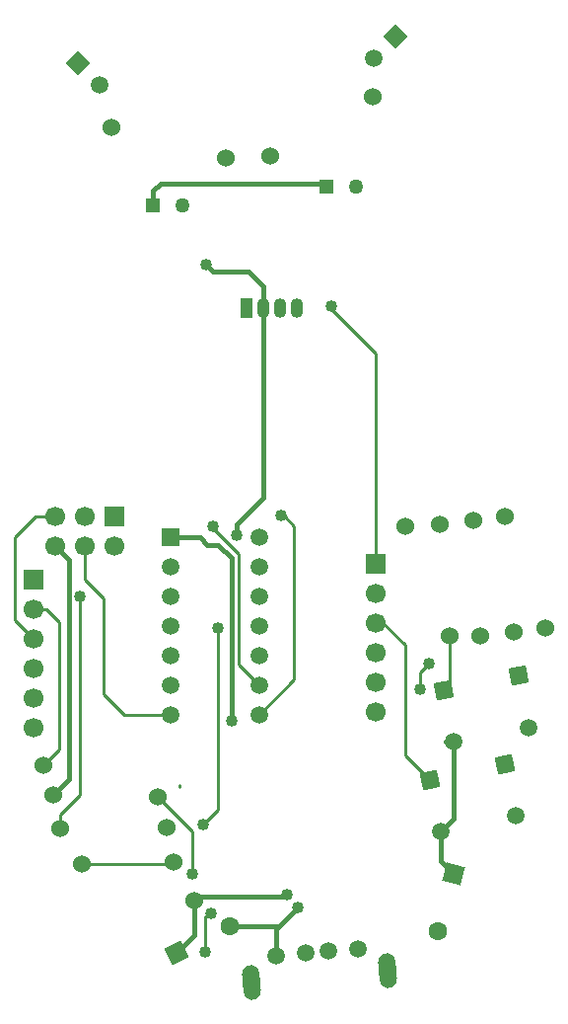
<source format=gbr>
G04 DipTrace 3.3.1.2*
G04 Top.gbr*
%MOIN*%
G04 #@! TF.FileFunction,Copper,L1,Top*
G04 #@! TF.Part,Single*
%AMOUTLINE0*
4,1,4,
0.038575,0.022271,
0.022271,-0.038575,
-0.038575,-0.022271,
-0.022271,0.038575,
0.038575,0.022271,
0*%
%AMOUTLINE3*
4,1,4,
-0.042341,0.013828,
0.013828,0.042341,
0.042341,-0.013828,
-0.013828,-0.042341,
-0.042341,0.013828,
0*%
%AMOUTLINE6*
4,1,4,
0.0,-0.041758,
-0.041758,0.0,
0.0,0.041758,
0.041758,0.0,
0.0,-0.041758,
0*%
%AMOUTLINE9*
4,1,4,
-0.041758,0.0,
0.0,0.041758,
0.041758,0.0,
0.0,-0.041758,
-0.041758,0.0,
0*%
%AMOUTLINE12*
4,1,4,
-0.023433,-0.034564,
-0.034564,0.023433,
0.023433,0.034564,
0.034564,-0.023433,
-0.023433,-0.034564,
0*%
%AMOUTLINE15*
4,1,4,
-0.022754,-0.035014,
-0.035014,0.022754,
0.022754,0.035014,
0.035014,-0.022754,
-0.022754,-0.035014,
0*%
%AMOUTLINE18*
4,1,16,
-0.026998,-0.031857,
-0.023029,-0.044385,
-0.014018,-0.05395,
-0.00175,-0.058658,
0.011347,-0.057576,
0.022677,-0.05092,
0.029997,-0.040006,
0.031857,-0.026998,
0.026998,0.031857,
0.023029,0.044385,
0.014018,0.05395,
0.00175,0.058658,
-0.011347,0.057576,
-0.022677,0.05092,
-0.029997,0.040006,
-0.031857,0.026998,
-0.026998,-0.031857,
0*%
G04 #@! TA.AperFunction,Conductor*
%ADD13C,0.01*%
%ADD14C,0.015*%
G04 #@! TA.AperFunction,ComponentPad*
%ADD18C,0.062992*%
%ADD19C,0.05*%
%ADD20R,0.05X0.05*%
%ADD21O,0.041339X0.066929*%
%ADD22R,0.041339X0.066929*%
%ADD23C,0.059055*%
%ADD24R,0.066929X0.066929*%
%ADD25C,0.066929*%
%ADD26C,0.06*%
%ADD27C,0.06*%
%ADD29C,0.059055*%
%ADD30R,0.059055X0.059055*%
G04 #@! TA.AperFunction,ViaPad*
%ADD34C,0.04*%
G04 #@! TA.AperFunction,ComponentPad*
%ADD84OUTLINE0*%
%ADD87OUTLINE3*%
%ADD90OUTLINE6*%
%ADD93OUTLINE9*%
%ADD96OUTLINE12*%
%ADD99OUTLINE15*%
%ADD102OUTLINE18*%
%FSLAX26Y26*%
G04*
G70*
G90*
G75*
G01*
G04 Top*
%LPD*%
X1544545Y2797697D2*
D13*
Y2785199D1*
X1694146Y2635598D1*
Y1928154D1*
X1959895Y1326318D2*
D14*
X1933216Y1326330D1*
X1916694Y1021944D2*
Y921938D1*
X1958329Y880303D1*
X1959895Y1326318D2*
Y1065145D1*
X1916694Y1021944D1*
X1933216Y1038465D2*
X1916694Y1021944D1*
X1000852Y2016529D2*
X1100842D1*
X1125839Y1991532D1*
X1163335D1*
X1207081Y1947787D1*
Y1397844D1*
X1314473Y2791284D2*
Y2862249D1*
X1264536Y2912186D1*
X1145798D1*
X1120801Y2937183D1*
X1082093Y791658D2*
Y673238D1*
X1022493Y613638D1*
X1314473Y2791284D2*
Y2148919D1*
X1225829Y2060275D1*
Y2022779D1*
X1394561Y810406D2*
Y804157D1*
X1094592D1*
X1082093Y791658D1*
X942791Y3136704D2*
Y3185913D1*
X967032Y3210154D1*
X1517562D1*
X1529321Y3198396D1*
X613393Y1985283D2*
X657138Y1941537D1*
Y1200433D1*
X604464Y1147758D1*
X1360175Y604342D2*
Y694779D1*
X1369564Y704167D1*
X1432057Y766661D1*
X1200831Y704167D2*
X1369564D1*
X1944419Y1683175D2*
D13*
Y1518223D1*
X1926504Y1500308D1*
X1694146Y1728154D2*
X1719567D1*
X1794519Y1653203D1*
Y1280644D1*
X1879914Y1195249D1*
X1163335Y1710312D2*
Y1097876D1*
X1113340Y1047881D1*
X1010761Y919497D2*
X997455D1*
X990036Y912078D1*
X700650D1*
X627156Y1032843D2*
Y1080392D1*
X694634Y1147871D1*
Y1816550D1*
X536956Y1774575D2*
X580376D1*
X625892Y1729060D1*
Y1300621D1*
X570852Y1245582D1*
X957107Y1141621D2*
X1075844Y1022884D1*
Y879149D1*
X1138338Y747913D2*
X1132088D1*
X1119590Y735414D1*
Y616676D1*
X1144587Y2054025D2*
X1141462Y2050901D1*
X1232078Y1960285D1*
Y1585304D1*
X1300852Y1516529D1*
X1844514Y1504083D2*
Y1560327D1*
X1875760Y1591574D1*
X1375813Y2091522D2*
Y2085283D1*
X1388301D1*
X1419558Y2054025D1*
Y1535235D1*
X1300852Y1416529D1*
X713393Y1985283D2*
Y1872784D1*
X775876Y1810301D1*
Y1485335D1*
X844682Y1416529D1*
X1000852D1*
X613393Y2085283D2*
X544661D1*
X475907Y2016529D1*
Y1735624D1*
X536956Y1674575D1*
X1033310Y1174868D2*
Y1179117D1*
D34*
X1544545Y2797697D3*
X1207081Y1397844D3*
X1120801Y2937183D3*
X1225829Y2022779D3*
X1394561Y810406D3*
X1432057Y766661D3*
X1163335Y1710312D3*
X1113340Y1047881D3*
X694634Y1816550D3*
X1075844Y879149D3*
X1138338Y747913D3*
X1119590Y616676D3*
X1144587Y2054025D3*
X1844514Y1504083D3*
X1875760Y1591574D3*
X1375813Y2091522D3*
D18*
X1906565Y687118D3*
D84*
X1958329Y880303D3*
D18*
X1200831Y704167D3*
D87*
X1022493Y613638D3*
D19*
X1042791Y3136704D3*
D20*
X942791D3*
D19*
X1629321Y3198396D3*
D20*
X1529321D3*
D21*
X1426973Y2791284D3*
X1314473D3*
D22*
X1258224D3*
D21*
X1370724D3*
D90*
X690183Y3615082D3*
D23*
X760894Y3544371D3*
D93*
X1760280Y3705251D3*
D23*
X1689569Y3634540D3*
D24*
X1694146Y1928154D3*
D25*
Y1828154D3*
Y1728154D3*
Y1628154D3*
Y1528154D3*
Y1428154D3*
D24*
X536956Y1874575D3*
D25*
Y1774575D3*
Y1674575D3*
Y1574575D3*
Y1474575D3*
Y1374575D3*
D24*
X813393Y2085283D3*
D25*
Y1985283D3*
X713393Y2085283D3*
Y1985283D3*
X613393Y2085283D3*
Y1985283D3*
D26*
X1188333Y3297645D3*
D27*
X801962Y3401172D3*
D26*
X1338317Y3303894D3*
D27*
X1684727Y3503894D3*
D26*
X988354Y1035382D3*
D27*
X604464Y1147758D3*
D26*
X1794519Y2054026D3*
D27*
X1944419Y1683175D3*
D26*
X1082093Y791658D3*
D27*
X700650Y912078D3*
D26*
X1010761Y919497D3*
D27*
X627156Y1032843D3*
D26*
X957107Y1141621D3*
D27*
X570852Y1245582D3*
D26*
X2131984Y2085272D3*
D27*
X2268792Y1709395D3*
D26*
X2025745Y2072774D3*
D27*
X2162553Y1696897D3*
D26*
X1913257Y2060275D3*
D27*
X2050065Y1684398D3*
D96*
X1926504Y1500308D3*
D29*
X1959895Y1326318D3*
X2211214Y1374550D3*
D96*
X2177823Y1548541D3*
D99*
X1879914Y1195249D3*
D29*
X1916694Y1021944D3*
X2167024Y1075069D3*
D99*
X2130245Y1248375D3*
D30*
X1000852Y2016529D3*
D23*
Y1916529D3*
Y1816529D3*
Y1716529D3*
Y1616529D3*
Y1516529D3*
Y1416529D3*
X1300852D3*
Y1516529D3*
Y1616529D3*
Y1716529D3*
Y1816529D3*
Y1916529D3*
Y2016529D3*
X1458266Y612441D3*
X1536739Y618921D3*
X1634831Y627020D3*
X1360175Y604342D3*
D102*
X1274772Y514332D3*
X1733840Y552236D3*
M02*

</source>
